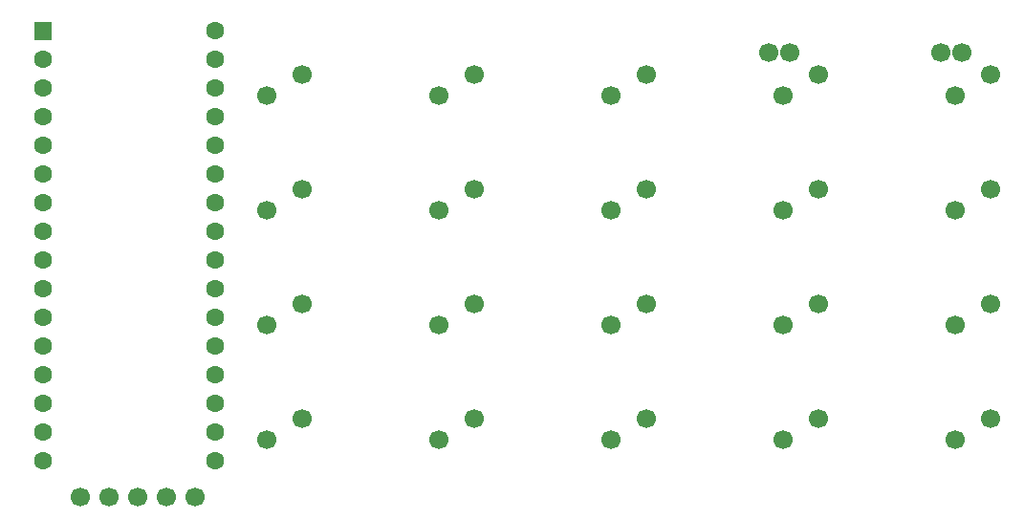
<source format=gbs>
%FSLAX34Y34*%
%MOMM*%
%LNSOLDERMASK_BOTTOM*%
G71*
G01*
%ADD10C, 1.70*%
%ADD11C, 1.60*%
%ADD12C, 1.70*%
%LPD*%
X228600Y898525D02*
G54D10*
D03*
X228600Y796925D02*
G54D10*
D03*
X260350Y917575D02*
G54D10*
D03*
X260350Y815975D02*
G54D10*
D03*
X228600Y695325D02*
G54D10*
D03*
X228600Y593725D02*
G54D10*
D03*
X260350Y714375D02*
G54D10*
D03*
X260350Y612775D02*
G54D10*
D03*
X381000Y898525D02*
G54D10*
D03*
X381000Y796925D02*
G54D10*
D03*
X533400Y898525D02*
G54D10*
D03*
X533400Y796925D02*
G54D10*
D03*
X412750Y917575D02*
G54D10*
D03*
X412750Y815975D02*
G54D10*
D03*
X565150Y917575D02*
G54D10*
D03*
X565150Y815975D02*
G54D10*
D03*
X381000Y695325D02*
G54D10*
D03*
X381000Y593725D02*
G54D10*
D03*
X533400Y695325D02*
G54D10*
D03*
X533400Y593725D02*
G54D10*
D03*
X412750Y714375D02*
G54D10*
D03*
X412750Y612775D02*
G54D10*
D03*
X565150Y714375D02*
G54D10*
D03*
X565150Y612775D02*
G54D10*
D03*
X685800Y898525D02*
G54D10*
D03*
X685800Y796925D02*
G54D10*
D03*
X838200Y898525D02*
G54D10*
D03*
X838200Y796925D02*
G54D10*
D03*
X717550Y917575D02*
G54D10*
D03*
X717550Y815975D02*
G54D10*
D03*
X869950Y917575D02*
G54D10*
D03*
X869950Y815975D02*
G54D10*
D03*
X685800Y695325D02*
G54D10*
D03*
X685800Y593725D02*
G54D10*
D03*
X838200Y695325D02*
G54D10*
D03*
X838200Y593725D02*
G54D10*
D03*
X717550Y714375D02*
G54D10*
D03*
X717550Y612775D02*
G54D10*
D03*
X869950Y714375D02*
G54D10*
D03*
X869950Y612775D02*
G54D10*
D03*
X673100Y936625D02*
G54D10*
D03*
X692150Y936625D02*
G54D10*
D03*
X825500Y936625D02*
G54D10*
D03*
X844550Y936625D02*
G54D10*
D03*
G36*
X38808Y963942D02*
X38808Y947942D01*
X22808Y947942D01*
X22808Y963942D01*
X38808Y963942D01*
G37*
X30808Y930542D02*
G54D11*
D03*
X30808Y905142D02*
G54D11*
D03*
X30808Y879742D02*
G54D11*
D03*
X30808Y854342D02*
G54D11*
D03*
X30808Y828942D02*
G54D11*
D03*
X30808Y803542D02*
G54D11*
D03*
X30808Y778142D02*
G54D11*
D03*
X30808Y752742D02*
G54D11*
D03*
X30808Y727342D02*
G54D11*
D03*
X30808Y701942D02*
G54D11*
D03*
X30808Y676542D02*
G54D11*
D03*
X30808Y651142D02*
G54D11*
D03*
X30808Y625742D02*
G54D11*
D03*
X30808Y600342D02*
G54D11*
D03*
X30808Y574942D02*
G54D11*
D03*
X183208Y574942D02*
G54D11*
D03*
X183208Y600342D02*
G54D11*
D03*
X183208Y625742D02*
G54D11*
D03*
X183208Y651142D02*
G54D11*
D03*
X183208Y676542D02*
G54D11*
D03*
X183208Y701942D02*
G54D11*
D03*
X183208Y727342D02*
G54D11*
D03*
X183208Y752742D02*
G54D11*
D03*
X183208Y778142D02*
G54D11*
D03*
X183208Y803542D02*
G54D11*
D03*
X183208Y828942D02*
G54D11*
D03*
X183208Y854342D02*
G54D11*
D03*
X183208Y879742D02*
G54D11*
D03*
X183208Y905142D02*
G54D11*
D03*
X183208Y930542D02*
G54D11*
D03*
X183208Y955942D02*
G54D11*
D03*
X63500Y542925D02*
G54D12*
D03*
X88900Y542925D02*
G54D12*
D03*
X114300Y542925D02*
G54D12*
D03*
X139700Y542925D02*
G54D12*
D03*
X165100Y542925D02*
G54D12*
D03*
M02*

</source>
